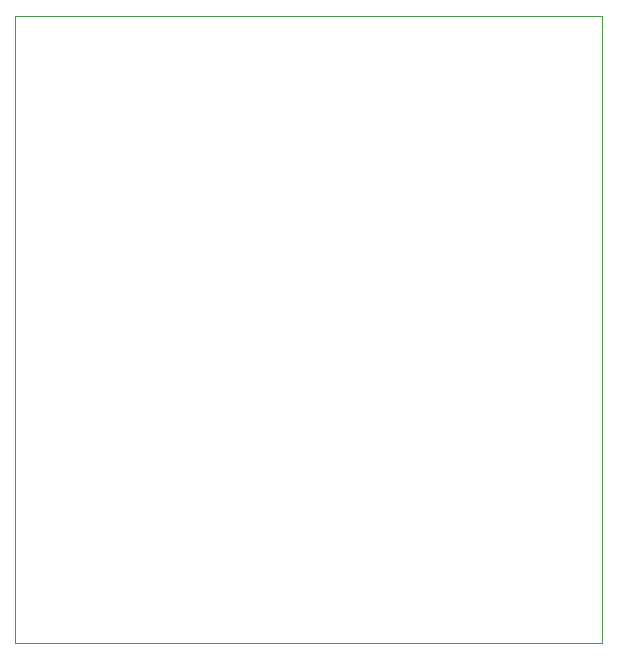
<source format=gbr>
%TF.GenerationSoftware,KiCad,Pcbnew,8.0.7*%
%TF.CreationDate,2024-12-23T09:54:04+01:00*%
%TF.ProjectId,circuit,63697263-7569-4742-9e6b-696361645f70,rev?*%
%TF.SameCoordinates,Original*%
%TF.FileFunction,Profile,NP*%
%FSLAX46Y46*%
G04 Gerber Fmt 4.6, Leading zero omitted, Abs format (unit mm)*
G04 Created by KiCad (PCBNEW 8.0.7) date 2024-12-23 09:54:04*
%MOMM*%
%LPD*%
G01*
G04 APERTURE LIST*
%TA.AperFunction,Profile*%
%ADD10C,0.050000*%
%TD*%
G04 APERTURE END LIST*
D10*
X210000000Y-42400000D02*
X259700000Y-42400000D01*
X259700000Y-95500000D01*
X210000000Y-95500000D01*
X210000000Y-42400000D01*
M02*

</source>
